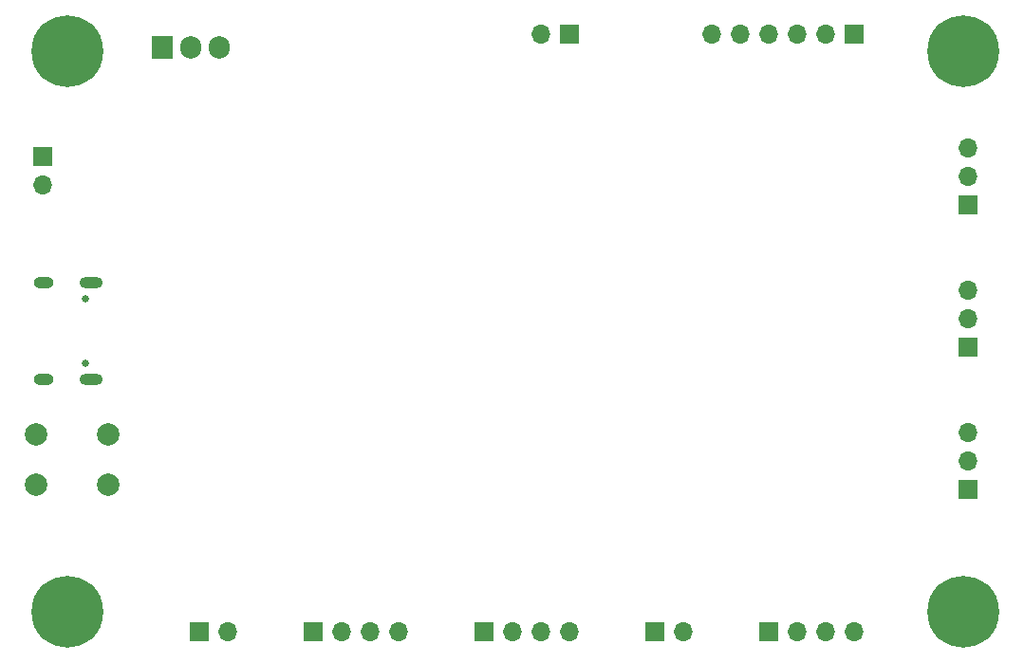
<source format=gbr>
%TF.GenerationSoftware,KiCad,Pcbnew,8.0.1*%
%TF.CreationDate,2024-04-29T10:33:51+02:00*%
%TF.ProjectId,PCB_SMD_Hotplate,5043425f-534d-4445-9f48-6f74706c6174,rev?*%
%TF.SameCoordinates,Original*%
%TF.FileFunction,Soldermask,Bot*%
%TF.FilePolarity,Negative*%
%FSLAX46Y46*%
G04 Gerber Fmt 4.6, Leading zero omitted, Abs format (unit mm)*
G04 Created by KiCad (PCBNEW 8.0.1) date 2024-04-29 10:33:51*
%MOMM*%
%LPD*%
G01*
G04 APERTURE LIST*
%ADD10R,1.700000X1.700000*%
%ADD11O,1.700000X1.700000*%
%ADD12C,0.800000*%
%ADD13C,6.400000*%
%ADD14R,1.905000X2.000000*%
%ADD15O,1.905000X2.000000*%
%ADD16C,2.000000*%
%ADD17C,0.650000*%
%ADD18O,2.100000X1.000000*%
%ADD19O,1.800000X1.000000*%
G04 APERTURE END LIST*
D10*
%TO.C,J5*%
X149860000Y-63500000D03*
D11*
X147320000Y-63500000D03*
%TD*%
D12*
%TO.C,H3*%
X102600000Y-115000000D03*
X103302944Y-113302944D03*
X103302944Y-116697056D03*
X105000000Y-112600000D03*
D13*
X105000000Y-115000000D03*
D12*
X105000000Y-117400000D03*
X106697056Y-113302944D03*
X106697056Y-116697056D03*
X107400000Y-115000000D03*
%TD*%
D10*
%TO.C,J8*%
X157480000Y-116840000D03*
D11*
X160020000Y-116840000D03*
%TD*%
D12*
%TO.C,H4*%
X182600000Y-115000000D03*
X183302944Y-113302944D03*
X183302944Y-116697056D03*
X185000000Y-112600000D03*
D13*
X185000000Y-115000000D03*
D12*
X185000000Y-117400000D03*
X186697056Y-113302944D03*
X186697056Y-116697056D03*
X187400000Y-115000000D03*
%TD*%
D10*
%TO.C,J1*%
X102800000Y-74400000D03*
D11*
X102800000Y-76940000D03*
%TD*%
D10*
%TO.C,J4*%
X127000000Y-116840000D03*
D11*
X129540000Y-116840000D03*
X132080000Y-116840000D03*
X134620000Y-116840000D03*
%TD*%
D10*
%TO.C,J3*%
X185420000Y-104140000D03*
D11*
X185420000Y-101600000D03*
X185420000Y-99060000D03*
%TD*%
D10*
%TO.C,J7*%
X142240000Y-116840000D03*
D11*
X144780000Y-116840000D03*
X147320000Y-116840000D03*
X149860000Y-116840000D03*
%TD*%
D12*
%TO.C,H1*%
X102600000Y-65000000D03*
X103302944Y-63302944D03*
X103302944Y-66697056D03*
X105000000Y-62600000D03*
D13*
X105000000Y-65000000D03*
D12*
X105000000Y-67400000D03*
X106697056Y-63302944D03*
X106697056Y-66697056D03*
X107400000Y-65000000D03*
%TD*%
D10*
%TO.C,J11*%
X185420000Y-91440000D03*
D11*
X185420000Y-88900000D03*
X185420000Y-86360000D03*
%TD*%
D10*
%TO.C,J12*%
X167640000Y-116840000D03*
D11*
X170180000Y-116840000D03*
X172720000Y-116840000D03*
X175260000Y-116840000D03*
%TD*%
D14*
%TO.C,U1*%
X113520000Y-64700000D03*
D15*
X116060000Y-64700000D03*
X118600000Y-64700000D03*
%TD*%
D16*
%TO.C,SW1*%
X102200000Y-99200000D03*
X108700000Y-99200000D03*
X102200000Y-103700000D03*
X108700000Y-103700000D03*
%TD*%
D12*
%TO.C,H2*%
X182600000Y-65000000D03*
X183302944Y-63302944D03*
X183302944Y-66697056D03*
X185000000Y-62600000D03*
D13*
X185000000Y-65000000D03*
D12*
X185000000Y-67400000D03*
X186697056Y-63302944D03*
X186697056Y-66697056D03*
X187400000Y-65000000D03*
%TD*%
D10*
%TO.C,J9*%
X175260000Y-63500000D03*
D11*
X172720000Y-63500000D03*
X170180000Y-63500000D03*
X167640000Y-63500000D03*
X165100000Y-63500000D03*
X162560000Y-63500000D03*
%TD*%
D10*
%TO.C,J6*%
X116840000Y-116840000D03*
D11*
X119380000Y-116840000D03*
%TD*%
D17*
%TO.C,J2*%
X106605000Y-87110000D03*
X106605000Y-92890000D03*
D18*
X107125000Y-85680000D03*
D19*
X102925000Y-85680000D03*
D18*
X107125000Y-94320000D03*
D19*
X102925000Y-94320000D03*
%TD*%
D10*
%TO.C,J10*%
X185420000Y-78740000D03*
D11*
X185420000Y-76200000D03*
X185420000Y-73660000D03*
%TD*%
M02*

</source>
